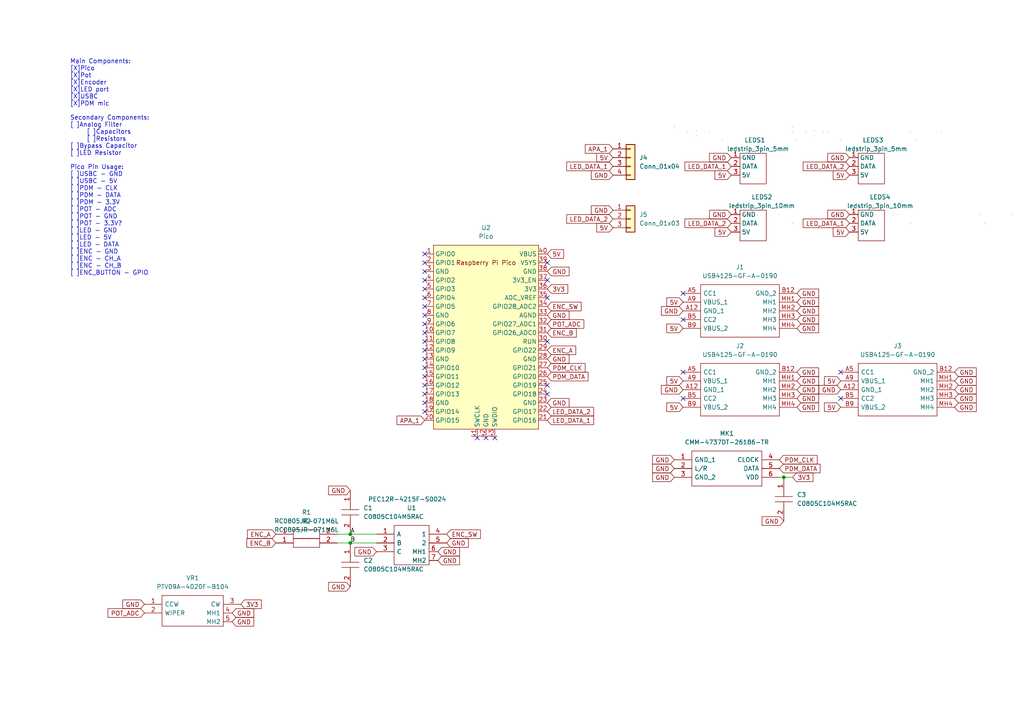
<source format=kicad_sch>
(kicad_sch (version 20211123) (generator eeschema)
  (paper "A4")
  (lib_symbols
    (symbol "Connector_Generic:Conn_01x03" (pin_names (offset 1.016) hide)
      (property "Reference" "J" (at 0 5.08 0))
      (property "Value" "Conn_01x03" (at 0 -5.08 0))
      (symbol "Conn_01x03_1_1"
        (rectangle (start -1.27 -2.413) (end 0 -2.667) (stroke (width 0.1524)))
        (rectangle (start -1.27 0.127) (end 0 -0.127) (stroke (width 0.1524)))
        (rectangle (start -1.27 2.667) (end 0 2.413) (stroke (width 0.1524)))
        (rectangle (start -1.27 3.81) (end 1.27 -3.81) (stroke (width 0.254)) (fill (type background)))
        (pin passive line (at -5.08 2.54 0) (length 3.81) (name "Pin_1") (number "1"))
        (pin passive line (at -5.08 0 0) (length 3.81) (name "Pin_2") (number "2"))
        (pin passive line (at -5.08 -2.54 0) (length 3.81) (name "Pin_3") (number "3"))
      )
    )
    (symbol "Connector_Generic:Conn_01x04" (pin_names (offset 1.016) hide)
      (property "Reference" "J" (at 0 5.08 0))
      (property "Value" "Conn_01x04" (at 0 -7.62 0))
      (symbol "Conn_01x04_1_1"
        (rectangle (start -1.27 -4.953) (end 0 -5.207) (stroke (width 0.1524)))
        (rectangle (start -1.27 -2.413) (end 0 -2.667) (stroke (width 0.1524)))
        (rectangle (start -1.27 0.127) (end 0 -0.127) (stroke (width 0.1524)))
        (rectangle (start -1.27 2.667) (end 0 2.413) (stroke (width 0.1524)))
        (rectangle (start -1.27 3.81) (end 1.27 -6.35) (stroke (width 0.254)) (fill (type background)))
        (pin passive line (at -5.08 2.54 0) (length 3.81) (name "Pin_1") (number "1"))
        (pin passive line (at -5.08 0 0) (length 3.81) (name "Pin_2") (number "2"))
        (pin passive line (at -5.08 -2.54 0) (length 3.81) (name "Pin_3") (number "3"))
        (pin passive line (at -5.08 -5.08 0) (length 3.81) (name "Pin_4") (number "4"))
      )
    )
    (symbol "MCU_RaspberryPi_and_Boards:Pico"
      (property "Reference" "U" (at -13.97 27.94 0))
      (property "Value" "Pico" (at 0 19.05 0))
      (symbol "Pico_0_0"
        (text "Raspberry Pi Pico" (at 0 21.59 0) (effects (font (size 1.27 1.27))))
      )
      (symbol "Pico_0_1"
        (rectangle (start -15.24 26.67) (end 15.24 -26.67) (fill (type background)))
      )
      (symbol "Pico_1_1"
        (pin bidirectional line (at -17.78 24.13 0) (length 2.54) (name "GPIO0") (number "1"))
        (pin bidirectional line (at -17.78 1.27 0) (length 2.54) (name "GPIO7") (number "10"))
        (pin bidirectional line (at -17.78 -1.27 0) (length 2.54) (name "GPIO8") (number "11"))
        (pin bidirectional line (at -17.78 -3.81 0) (length 2.54) (name "GPIO9") (number "12"))
        (pin power_in line (at -17.78 -6.35 0) (length 2.54) (name "GND") (number "13"))
        (pin bidirectional line (at -17.78 -8.89 0) (length 2.54) (name "GPIO10") (number "14"))
        (pin bidirectional line (at -17.78 -11.43 0) (length 2.54) (name "GPIO11") (number "15"))
        (pin bidirectional line (at -17.78 -13.97 0) (length 2.54) (name "GPIO12") (number "16"))
        (pin bidirectional line (at -17.78 -16.51 0) (length 2.54) (name "GPIO13") (number "17"))
        (pin power_in line (at -17.78 -19.05 0) (length 2.54) (name "GND") (number "18"))
        (pin bidirectional line (at -17.78 -21.59 0) (length 2.54) (name "GPIO14") (number "19"))
        (pin bidirectional line (at -17.78 21.59 0) (length 2.54) (name "GPIO1") (number "2"))
        (pin bidirectional line (at -17.78 -24.13 0) (length 2.54) (name "GPIO15") (number "20"))
        (pin bidirectional line (at 17.78 -24.13 180) (length 2.54) (name "GPIO16") (number "21"))
        (pin bidirectional line (at 17.78 -21.59 180) (length 2.54) (name "GPIO17") (number "22"))
        (pin power_in line (at 17.78 -19.05 180) (length 2.54) (name "GND") (number "23"))
        (pin bidirectional line (at 17.78 -16.51 180) (length 2.54) (name "GPIO18") (number "24"))
        (pin bidirectional line (at 17.78 -13.97 180) (length 2.54) (name "GPIO19") (number "25"))
        (pin bidirectional line (at 17.78 -11.43 180) (length 2.54) (name "GPIO20") (number "26"))
        (pin bidirectional line (at 17.78 -8.89 180) (length 2.54) (name "GPIO21") (number "27"))
        (pin power_in line (at 17.78 -6.35 180) (length 2.54) (name "GND") (number "28"))
        (pin bidirectional line (at 17.78 -3.81 180) (length 2.54) (name "GPIO22") (number "29"))
        (pin power_in line (at -17.78 19.05 0) (length 2.54) (name "GND") (number "3"))
        (pin input line (at 17.78 -1.27 180) (length 2.54) (name "RUN") (number "30"))
        (pin bidirectional line (at 17.78 1.27 180) (length 2.54) (name "GPIO26_ADC0") (number "31"))
        (pin bidirectional line (at 17.78 3.81 180) (length 2.54) (name "GPIO27_ADC1") (number "32"))
        (pin power_in line (at 17.78 6.35 180) (length 2.54) (name "AGND") (number "33"))
        (pin bidirectional line (at 17.78 8.89 180) (length 2.54) (name "GPIO28_ADC2") (number "34"))
        (pin power_in line (at 17.78 11.43 180) (length 2.54) (name "ADC_VREF") (number "35"))
        (pin power_in line (at 17.78 13.97 180) (length 2.54) (name "3V3") (number "36"))
        (pin input line (at 17.78 16.51 180) (length 2.54) (name "3V3_EN") (number "37"))
        (pin bidirectional line (at 17.78 19.05 180) (length 2.54) (name "GND") (number "38"))
        (pin power_in line (at 17.78 21.59 180) (length 2.54) (name "VSYS") (number "39"))
        (pin bidirectional line (at -17.78 16.51 0) (length 2.54) (name "GPIO2") (number "4"))
        (pin power_in line (at 17.78 24.13 180) (length 2.54) (name "VBUS") (number "40"))
        (pin input line (at -2.54 -29.21 90) (length 2.54) (name "SWCLK") (number "41"))
        (pin power_in line (at 0 -29.21 90) (length 2.54) (name "GND") (number "42"))
        (pin bidirectional line (at 2.54 -29.21 90) (length 2.54) (name "SWDIO") (number "43"))
        (pin bidirectional line (at -17.78 13.97 0) (length 2.54) (name "GPIO3") (number "5"))
        (pin bidirectional line (at -17.78 11.43 0) (length 2.54) (name "GPIO4") (number "6"))
        (pin bidirectional line (at -17.78 8.89 0) (length 2.54) (name "GPIO5") (number "7"))
        (pin power_in line (at -17.78 6.35 0) (length 2.54) (name "GND") (number "8"))
        (pin bidirectional line (at -17.78 3.81 0) (length 2.54) (name "GPIO6") (number "9"))
      )
    )
    (symbol "SamacSys_Parts:C0805C104M5RAC" (pin_names (offset 0.762))
      (property "Reference" "C" (at 8.89 6.35 0))
      (property "Value" "C0805C104M5RAC" (at 8.89 3.81 0))
      (symbol "C0805C104M5RAC_0_0"
        (pin passive line (at 0 0 0) (length 5.08) (name "~") (number "1"))
        (pin passive line (at 12.7 0 180) (length 5.08) (name "~") (number "2"))
      )
      (symbol "C0805C104M5RAC_0_1"
        (polyline (pts (xy 5.08 0) (xy 5.588 0)) (stroke (width 0.1524)))
        (polyline (pts (xy 5.588 2.54) (xy 5.588 -2.54)) (stroke (width 0.1524)))
        (polyline (pts (xy 7.112 0) (xy 7.62 0)) (stroke (width 0.1524)))
        (polyline (pts (xy 7.112 2.54) (xy 7.112 -2.54)) (stroke (width 0.1524)))
      )
    )
    (symbol "SamacSys_Parts:CMM-4737DT-26186-TR" (pin_names (offset 0.762))
      (property "Reference" "MK" (at 26.67 7.62 0))
      (property "Value" "CMM-4737DT-26186-TR" (at 26.67 5.08 0))
      (symbol "CMM-4737DT-26186-TR_0_0"
        (pin passive line (at 0 0 0) (length 5.08) (name "GND_1") (number "1"))
        (pin passive line (at 0 -2.54 0) (length 5.08) (name "L/R") (number "2"))
        (pin passive line (at 0 -5.08 0) (length 5.08) (name "GND_2") (number "3"))
        (pin passive line (at 30.48 0 180) (length 5.08) (name "CLOCK") (number "4"))
        (pin passive line (at 30.48 -2.54 180) (length 5.08) (name "DATA") (number "5"))
        (pin passive line (at 30.48 -5.08 180) (length 5.08) (name "VDD") (number "6"))
      )
      (symbol "CMM-4737DT-26186-TR_0_1"
        (polyline (pts (xy 5.08 2.54) (xy 25.4 2.54) (xy 25.4 -7.62) (xy 5.08 -7.62) (xy 5.08 2.54)) (stroke (width 0.1524)))
      )
    )
    (symbol "SamacSys_Parts:PEC12R-4215F-S0024" (pin_names (offset 0.762))
      (property "Reference" "U1" (at 10.16 7.62 0))
      (property "Value" "PEC12R-4215F-S0024" (at 8.89 10.16 0))
      (symbol "PEC12R-4215F-S0024_0_0"
        (pin passive line (at 0 0 0) (length 5.08) (name "A") (number "1"))
        (pin passive line (at 0 -2.54 0) (length 5.08) (name "B") (number "2"))
        (pin passive line (at 0 -5.08 0) (length 5.08) (name "C") (number "3"))
        (pin passive line (at 20.32 0 180) (length 5.08) (name "1") (number "4"))
        (pin passive line (at 20.32 -2.54 180) (length 5.08) (name "2") (number "5"))
      )
      (symbol "PEC12R-4215F-S0024_0_1"
        (polyline (pts (xy 5.08 2.54) (xy 15.24 2.54) (xy 15.24 -8.89) (xy 5.08 -8.89) (xy 5.08 2.54)) (stroke (width 0.1524)))
      )
      (symbol "PEC12R-4215F-S0024_1_1"
        (pin input line (at 17.78 -5.08 180) (length 2.54) (name "MH1") (number "6"))
        (pin input line (at 17.78 -7.62 180) (length 2.54) (name "MH2") (number "7"))
      )
    )
    (symbol "SamacSys_Parts:PTV09A-4020F-B104" (pin_names (offset 0.762))
      (property "Reference" "VR1" (at 13.97 7.62 0))
      (property "Value" "PTV09A-4020F-B104" (at 13.97 5.08 0))
      (symbol "PTV09A-4020F-B104_0_0"
        (pin passive line (at 0 0 0) (length 5.08) (name "CCW") (number "1"))
        (pin passive line (at 0 -2.54 0) (length 5.08) (name "WIPER") (number "2"))
        (pin passive line (at 27.94 0 180) (length 5.08) (name "CW") (number "3"))
      )
      (symbol "PTV09A-4020F-B104_0_1"
        (polyline (pts (xy 5.08 2.54) (xy 22.86 2.54) (xy 22.86 -6.35) (xy 5.08 -6.35) (xy 5.08 2.54)) (stroke (width 0.1524)))
      )
      (symbol "PTV09A-4020F-B104_1_1"
        (pin input line (at 25.4 -2.54 180) (length 2.54) (name "MH1") (number "4"))
        (pin input line (at 25.4 -5.08 180) (length 2.54) (name "MH2") (number "5"))
      )
    )
    (symbol "SamacSys_Parts:RC0805JR-071M6L" (pin_names (offset 0.762))
      (property "Reference" "R" (at 13.97 6.35 0))
      (property "Value" "RC0805JR-071M6L" (at 13.97 3.81 0))
      (symbol "RC0805JR-071M6L_0_0"
        (pin passive line (at 0 0 0) (length 5.08) (name "~") (number "1"))
        (pin passive line (at 17.78 0 180) (length 5.08) (name "~") (number "2"))
      )
      (symbol "RC0805JR-071M6L_0_1"
        (polyline (pts (xy 5.08 1.27) (xy 12.7 1.27) (xy 12.7 -1.27) (xy 5.08 -1.27) (xy 5.08 1.27)) (stroke (width 0.1524)))
      )
    )
    (symbol "SamacSys_Parts:USB4125-GF-A-0190" (pin_names (offset 0.762))
      (property "Reference" "J" (at 29.21 7.62 0))
      (property "Value" "USB4125-GF-A-0190" (at 29.21 5.08 0))
      (symbol "USB4125-GF-A-0190_0_0"
        (pin passive line (at 0 -5.08 0) (length 5.08) (name "GND_1") (number "A12"))
        (pin passive line (at 0 0 0) (length 5.08) (name "CC1") (number "A5"))
        (pin passive line (at 0 -2.54 0) (length 5.08) (name "VBUS_1") (number "A9"))
        (pin passive line (at 33.02 0 180) (length 5.08) (name "GND_2") (number "B12"))
        (pin passive line (at 0 -7.62 0) (length 5.08) (name "CC2") (number "B5"))
        (pin passive line (at 0 -10.16 0) (length 5.08) (name "VBUS_2") (number "B9"))
        (pin passive line (at 33.02 -2.54 180) (length 5.08) (name "MH1") (number "MH1"))
        (pin passive line (at 33.02 -5.08 180) (length 5.08) (name "MH2") (number "MH2"))
        (pin passive line (at 33.02 -7.62 180) (length 5.08) (name "MH3") (number "MH3"))
        (pin passive line (at 33.02 -10.16 180) (length 5.08) (name "MH4") (number "MH4"))
      )
      (symbol "USB4125-GF-A-0190_0_1"
        (polyline (pts (xy 5.08 2.54) (xy 27.94 2.54) (xy 27.94 -12.7) (xy 5.08 -12.7) (xy 5.08 2.54)) (stroke (width 0.1524)))
      )
    )
    (symbol "kylarLEDs:ledstrip_3pin_10mm"
      (property "Reference" "LEDS" (at 0 3.81 0))
      (property "Value" "ledstrip_3pin_10mm" (at 0 1.27 0))
      (symbol "ledstrip_3pin_10mm_0_0"
        (pin power_in line (at -2.54 -1.27 0) (length 2.54) (name "GND") (number "1"))
        (pin input line (at -2.54 -3.81 0) (length 2.54) (name "DATA") (number "2"))
        (pin power_in line (at -2.54 -6.35 0) (length 2.54) (name "5V") (number "3"))
      )
      (symbol "ledstrip_3pin_10mm_0_1"
        (rectangle (start 0 0) (end 7.62 -8.89))
        (rectangle (start 1.27 0) (end 1.27 0))
        (rectangle (start 5.08 -1.27) (end 5.08 -1.27))
        (rectangle (start 7.62 -2.54) (end 7.62 -2.54))
        (rectangle (start 7.62 -1.27) (end 7.62 -1.27))
        (rectangle (start 11.43 -1.27) (end 11.43 -1.27))
        (rectangle (start 15.24 -3.81) (end 15.24 -3.81))
        (rectangle (start 35.56 -1.27) (end 35.56 -1.27))
        (rectangle (start 36.83 -3.81) (end 36.83 -3.81))
        (rectangle (start 44.45 -1.27) (end 44.45 -1.27))
      )
    )
    (symbol "kylarLEDs:ledstrip_3pin_5mm"
      (property "Reference" "LEDS" (at -2.54 3.81 0))
      (property "Value" "ledstrip_3pin_5mm" (at -2.4637 1.9143 0))
      (symbol "ledstrip_3pin_5mm_0_0"
        (pin power_in line (at -2.54 -1.27 0) (length 2.54) (name "GND") (number "1"))
        (pin input line (at -2.54 -3.81 0) (length 2.54) (name "DATA") (number "2"))
        (pin power_in line (at -2.54 -6.35 0) (length 2.54) (name "5V") (number "3"))
      )
      (symbol "ledstrip_3pin_5mm_0_1"
        (rectangle (start -19.05 7.62) (end -19.05 7.62))
        (rectangle (start -15.24 6.35) (end -15.24 6.35))
        (rectangle (start -12.7 5.08) (end -12.7 5.08))
        (rectangle (start -12.7 6.35) (end -12.7 6.35))
        (rectangle (start -8.89 6.35) (end -8.89 6.35))
        (rectangle (start -5.08 3.81) (end -5.08 3.81))
        (rectangle (start 0 0) (end 7.62 -8.89))
        (rectangle (start 15.24 6.35) (end 15.24 6.35))
        (rectangle (start 16.51 3.81) (end 16.51 3.81))
        (rectangle (start 24.13 6.35) (end 24.13 6.35))
      )
    )
  )
  (junction (at 101.6 157.48))
  (junction (at 227.33 138.43))
  (junction (at 101.6 154.94))
  (no_connect (at 243.84 115.57))
  (no_connect (at 123.19 93.98))
  (no_connect (at 123.19 83.82))
  (no_connect (at 123.19 116.84))
  (no_connect (at 123.19 96.52))
  (no_connect (at 243.84 107.95))
  (no_connect (at 158.75 111.76))
  (no_connect (at 123.19 86.36))
  (no_connect (at 158.75 114.3))
  (no_connect (at 123.19 81.28))
  (no_connect (at 123.19 119.38))
  (no_connect (at 198.12 92.71))
  (no_connect (at 198.12 85.09))
  (no_connect (at 123.19 73.66))
  (no_connect (at 123.19 76.2))
  (no_connect (at 123.19 78.74))
  (no_connect (at 123.19 111.76))
  (no_connect (at 123.19 114.3))
  (no_connect (at 123.19 99.06))
  (no_connect (at 123.19 101.6))
  (no_connect (at 123.19 109.22))
  (no_connect (at 123.19 106.68))
  (no_connect (at 123.19 104.14))
  (no_connect (at 123.19 88.9))
  (no_connect (at 123.19 91.44))
  (no_connect (at 158.75 86.36))
  (no_connect (at 140.97 127))
  (no_connect (at 143.51 127))
  (no_connect (at 138.43 127))
  (no_connect (at 158.75 99.06))
  (no_connect (at 198.12 107.95))
  (no_connect (at 198.12 115.57))
  (no_connect (at 158.75 76.2))
  (no_connect (at 158.75 81.28))
  (wire (pts (xy 101.6 154.94) (xy 109.22 154.94)))
  (wire (pts (xy 97.79 157.48) (xy 101.6 157.48)))
  (wire (pts (xy 227.33 138.43) (xy 226.06 138.43)))
  (wire (pts (xy 229.87 138.43) (xy 227.33 138.43)))
  (wire (pts (xy 101.6 157.48) (xy 109.22 157.48)))
  (wire (pts (xy 97.79 154.94) (xy 101.6 154.94)))
  (text "Main Components:\n[X]Pico\n[X]Pot\n[X]Encoder\n[X]LED port\n[X]USBC\n[X]PDM mic\n\nSecondary Components:\n[ ]Analog Filter\n	[ ]Capacitors\n	[ ]Resistors\n[ ]Bypass Capacitor\n[ ]LED Resistor\n\nPico Pin Usage:\n[ ]USBC - GND\n[ ]USBC - 5V\n[ ]PDM - CLK\n[ ]PDM - DATA\n[ ]PDM - 3.3V\n[ ]POT - ADC\n[ ]POT - GND\n[ ]POT - 3.3V?\n[ ]LED - GND\n[ ]LED - 5V\n[ ]LED - DATA\n[ ]ENC - GND\n[ ]ENC - CH_A\n[ ]ENC - CH_B\n[ ]ENC_BUTTON - GPIO\n" (at 20.32 80.01 0) (effects (font (size 1.27 1.27)) (justify left bottom)))
  (label "A" (at 101.6 154.94 0))
  (label "B" (at 101.6 157.48 0))
  (global_label "GND" (shape input) (at 231.14 118.11 0) (property "Intersheet References" "${INTERSHEET_REFS}" (effects hide)))
  (global_label "ENC_B" (shape input) (at 158.75 96.52 0) (property "Intersheet References" "${INTERSHEET_REFS}" (effects hide)))
  (global_label "5V" (shape input) (at 177.8 66.04 180) (property "Intersheet References" "${INTERSHEET_REFS}" (effects hide)))
  (global_label "5V" (shape input) (at 243.84 110.49 180) (property "Intersheet References" "${INTERSHEET_REFS}" (effects hide)))
  (global_label "GND" (shape input) (at 246.38 45.72 180) (property "Intersheet References" "${INTERSHEET_REFS}" (effects hide)))
  (global_label "GND" (shape input) (at 231.14 92.71 0) (property "Intersheet References" "${INTERSHEET_REFS}" (effects hide)))
  (global_label "APA_1" (shape input) (at 123.19 121.92 180) (property "Intersheet References" "${INTERSHEET_REFS}" (effects hide)))
  (global_label "GND" (shape input) (at 109.22 160.02 180) (property "Intersheet References" "${INTERSHEET_REFS}" (effects hide)))
  (global_label "LED_DATA_1" (shape input) (at 177.8 48.26 180) (property "Intersheet References" "${INTERSHEET_REFS}" (effects hide)))
  (global_label "POT_ADC" (shape input) (at 41.91 177.8 180) (property "Intersheet References" "${INTERSHEET_REFS}" (effects hide)))
  (global_label "5V" (shape input) (at 246.38 67.31 180) (property "Intersheet References" "${INTERSHEET_REFS}" (effects hide)))
  (global_label "GND" (shape input) (at 41.91 175.26 180) (property "Intersheet References" "${INTERSHEET_REFS}" (effects hide)))
  (global_label "ENC_SW" (shape input) (at 158.75 88.9 0) (property "Intersheet References" "${INTERSHEET_REFS}" (effects hide)))
  (global_label "5V" (shape input) (at 246.38 50.8 180) (property "Intersheet References" "${INTERSHEET_REFS}" (effects hide)))
  (global_label "LED_DATA_1" (shape input) (at 158.75 121.92 0) (property "Intersheet References" "${INTERSHEET_REFS}" (effects hide)))
  (global_label "GND" (shape input) (at 227.33 151.13 180) (property "Intersheet References" "${INTERSHEET_REFS}" (effects hide)))
  (global_label "GND" (shape input) (at 67.31 180.34 0) (property "Intersheet References" "${INTERSHEET_REFS}" (effects hide)))
  (global_label "3V3" (shape input) (at 69.85 175.26 0) (property "Intersheet References" "${INTERSHEET_REFS}" (effects hide)))
  (global_label "GND" (shape input) (at 276.86 115.57 0) (property "Intersheet References" "${INTERSHEET_REFS}" (effects hide)))
  (global_label "GND" (shape input) (at 127 160.02 0) (property "Intersheet References" "${INTERSHEET_REFS}" (effects hide)))
  (global_label "PDM_CLK" (shape input) (at 226.06 133.35 0) (property "Intersheet References" "${INTERSHEET_REFS}" (effects hide)))
  (global_label "GND" (shape input) (at 67.31 177.8 0) (property "Intersheet References" "${INTERSHEET_REFS}" (effects hide)))
  (global_label "GND" (shape input) (at 212.09 62.23 180) (property "Intersheet References" "${INTERSHEET_REFS}" (effects hide)))
  (global_label "GND" (shape input) (at 276.86 107.95 0) (property "Intersheet References" "${INTERSHEET_REFS}" (effects hide)))
  (global_label "GND" (shape input) (at 212.09 45.72 180) (property "Intersheet References" "${INTERSHEET_REFS}" (effects hide)))
  (global_label "GND" (shape input) (at 158.75 91.44 0) (property "Intersheet References" "${INTERSHEET_REFS}" (effects hide)))
  (global_label "GND" (shape input) (at 276.86 113.03 0) (property "Intersheet References" "${INTERSHEET_REFS}" (effects hide)))
  (global_label "GND" (shape input) (at 177.8 50.8 180) (property "Intersheet References" "${INTERSHEET_REFS}" (effects hide)))
  (global_label "5V" (shape input) (at 158.75 73.66 0) (property "Intersheet References" "${INTERSHEET_REFS}" (effects hide)))
  (global_label "5V" (shape input) (at 212.09 67.31 180) (property "Intersheet References" "${INTERSHEET_REFS}" (effects hide)))
  (global_label "PDM_DATA" (shape input) (at 158.75 109.22 0) (property "Intersheet References" "${INTERSHEET_REFS}" (effects hide)))
  (global_label "GND" (shape input) (at 276.86 118.11 0) (property "Intersheet References" "${INTERSHEET_REFS}" (effects hide)))
  (global_label "GND" (shape input) (at 158.75 116.84 0) (property "Intersheet References" "${INTERSHEET_REFS}" (effects hide)))
  (global_label "LED_DATA_2" (shape input) (at 177.8 63.5 180) (property "Intersheet References" "${INTERSHEET_REFS}" (effects hide)))
  (global_label "GND" (shape input) (at 231.14 115.57 0) (property "Intersheet References" "${INTERSHEET_REFS}" (effects hide)))
  (global_label "GND" (shape input) (at 231.14 90.17 0) (property "Intersheet References" "${INTERSHEET_REFS}" (effects hide)))
  (global_label "LED_DATA_2" (shape input) (at 246.38 48.26 180) (property "Intersheet References" "${INTERSHEET_REFS}" (effects hide)))
  (global_label "POT_ADC" (shape input) (at 158.75 93.98 0) (property "Intersheet References" "${INTERSHEET_REFS}" (effects hide)))
  (global_label "GND" (shape input) (at 195.58 138.43 180) (property "Intersheet References" "${INTERSHEET_REFS}" (effects hide)))
  (global_label "ENC_B" (shape input) (at 80.01 157.48 180) (property "Intersheet References" "${INTERSHEET_REFS}" (effects hide)))
  (global_label "5V" (shape input) (at 212.09 50.8 180) (property "Intersheet References" "${INTERSHEET_REFS}" (effects hide)))
  (global_label "5V" (shape input) (at 198.12 87.63 180) (property "Intersheet References" "${INTERSHEET_REFS}" (effects hide)))
  (global_label "LED_DATA_1" (shape input) (at 212.09 48.26 180) (property "Intersheet References" "${INTERSHEET_REFS}" (effects hide)))
  (global_label "ENC_SW" (shape input) (at 129.54 154.94 0) (property "Intersheet References" "${INTERSHEET_REFS}" (effects hide)))
  (global_label "GND" (shape input) (at 231.14 110.49 0) (property "Intersheet References" "${INTERSHEET_REFS}" (effects hide)))
  (global_label "GND" (shape input) (at 246.38 62.23 180) (property "Intersheet References" "${INTERSHEET_REFS}" (effects hide)))
  (global_label "5V" (shape input) (at 198.12 110.49 180) (property "Intersheet References" "${INTERSHEET_REFS}" (effects hide)))
  (global_label "GND" (shape input) (at 101.6 142.24 180) (property "Intersheet References" "${INTERSHEET_REFS}" (effects hide)))
  (global_label "GND" (shape input) (at 158.75 78.74 0) (property "Intersheet References" "${INTERSHEET_REFS}" (effects hide)))
  (global_label "LED_DATA_2" (shape input) (at 158.75 119.38 0) (property "Intersheet References" "${INTERSHEET_REFS}" (effects hide)))
  (global_label "5V" (shape input) (at 243.84 118.11 180) (property "Intersheet References" "${INTERSHEET_REFS}" (effects hide)))
  (global_label "APA_1" (shape input) (at 177.8 43.18 180) (property "Intersheet References" "${INTERSHEET_REFS}" (effects hide)))
  (global_label "3V3" (shape input) (at 229.87 138.43 0) (property "Intersheet References" "${INTERSHEET_REFS}" (effects hide)))
  (global_label "GND" (shape input) (at 158.75 104.14 0) (property "Intersheet References" "${INTERSHEET_REFS}" (effects hide)))
  (global_label "GND" (shape input) (at 101.6 170.18 180) (property "Intersheet References" "${INTERSHEET_REFS}" (effects hide)))
  (global_label "GND" (shape input) (at 198.12 113.03 180) (property "Intersheet References" "${INTERSHEET_REFS}" (effects hide)))
  (global_label "PDM_CLK" (shape input) (at 158.75 106.68 0) (property "Intersheet References" "${INTERSHEET_REFS}" (effects hide)))
  (global_label "GND" (shape input) (at 195.58 135.89 180) (property "Intersheet References" "${INTERSHEET_REFS}" (effects hide)))
  (global_label "GND" (shape input) (at 231.14 95.25 0) (property "Intersheet References" "${INTERSHEET_REFS}" (effects hide)))
  (global_label "LED_DATA_2" (shape input) (at 212.09 64.77 180) (property "Intersheet References" "${INTERSHEET_REFS}" (effects hide)))
  (global_label "5V" (shape input) (at 198.12 95.25 180) (property "Intersheet References" "${INTERSHEET_REFS}" (effects hide)))
  (global_label "GND" (shape input) (at 129.54 157.48 0) (property "Intersheet References" "${INTERSHEET_REFS}" (effects hide)))
  (global_label "GND" (shape input) (at 177.8 60.96 180) (property "Intersheet References" "${INTERSHEET_REFS}" (effects hide)))
  (global_label "ENC_A" (shape input) (at 158.75 101.6 0) (property "Intersheet References" "${INTERSHEET_REFS}" (effects hide)))
  (global_label "GND" (shape input) (at 127 162.56 0) (property "Intersheet References" "${INTERSHEET_REFS}" (effects hide)))
  (global_label "GND" (shape input) (at 231.14 85.09 0) (property "Intersheet References" "${INTERSHEET_REFS}" (effects hide)))
  (global_label "GND" (shape input) (at 243.84 113.03 180) (property "Intersheet References" "${INTERSHEET_REFS}" (effects hide)))
  (global_label "GND" (shape input) (at 276.86 110.49 0) (property "Intersheet References" "${INTERSHEET_REFS}" (effects hide)))
  (global_label "5V" (shape input) (at 198.12 118.11 180) (property "Intersheet References" "${INTERSHEET_REFS}" (effects hide)))
  (global_label "5V" (shape input) (at 177.8 45.72 180) (property "Intersheet References" "${INTERSHEET_REFS}" (effects hide)))
  (global_label "GND" (shape input) (at 195.58 133.35 180) (property "Intersheet References" "${INTERSHEET_REFS}" (effects hide)))
  (global_label "GND" (shape input) (at 231.14 113.03 0) (property "Intersheet References" "${INTERSHEET_REFS}" (effects hide)))
  (global_label "GND" (shape input) (at 231.14 87.63 0) (property "Intersheet References" "${INTERSHEET_REFS}" (effects hide)))
  (global_label "3V3" (shape input) (at 158.75 83.82 0) (property "Intersheet References" "${INTERSHEET_REFS}" (effects hide)))
  (global_label "ENC_A" (shape input) (at 80.01 154.94 180) (property "Intersheet References" "${INTERSHEET_REFS}" (effects hide)))
  (global_label "GND" (shape input) (at 198.12 90.17 180) (property "Intersheet References" "${INTERSHEET_REFS}" (effects hide)))
  (global_label "PDM_DATA" (shape input) (at 226.06 135.89 0) (property "Intersheet References" "${INTERSHEET_REFS}" (effects hide)))
  (global_label "LED_DATA_1" (shape input) (at 246.38 64.77 180) (property "Intersheet References" "${INTERSHEET_REFS}" (effects hide)))
  (global_label "GND" (shape input) (at 231.14 107.95 0) (property "Intersheet References" "${INTERSHEET_REFS}" (effects hide)))
  (symbol (lib_id "SamacSys_Parts:C0805C104M5RAC") (at 101.6 142.24 270) (unit 1)
    (property "Reference" "C1" (at 105.41 147.3199 90) (effects (justify left)))
    (property "Value" "C0805C104M5RAC" (at 105.41 149.8599 90) (effects (justify left)))
    (property "Footprint" "SamacSys_Parts:CAPC2012X88N" (effects hide))
    (property "Datasheet" "https://connect.kemet.com:7667/gateway/IntelliData-ComponentDocumentation/1.0/download/specsheet/C0805C104M5RAC%7bBULK%7d" (effects hide))
    (property "Description" "Multilayer Ceramic Capacitors MLCC - SMD/SMT 50V 0.1uF X7R 0805 20%" (effects hide))
    (property "Height" "0.88" (effects hide))
    (property "Mouser Part Number" "80-C0805C104M5RAC" (effects hide))
    (property "Mouser Price/Stock" "https://www.mouser.co.uk/ProductDetail/KEMET/C0805C104M5RAC?qs=VOOUd%252Bza08rWzt4y8eXMuQ%3D%3D" (effects hide))
    (property "Manufacturer_Name" "KEMET" (effects hide))
    (property "Manufacturer_Part_Number" "C0805C104M5RAC" (effects hide))
  )
  (symbol (lib_id "kylarLEDs:ledstrip_3pin_5mm") (at 214.63 44.45 0) (unit 1)
    (property "Reference" "LEDS1" (at 215.9 40.64 0) (effects (justify left)))
    (property "Value" "ledstrip_3pin_5mm" (at 210.82 43.18 0) (effects (justify left)))
    (property "Footprint" "kylarLEDs:ledstrip_3pin_5mm" (effects hide))
  )
  (symbol (lib_id "SamacSys_Parts:PTV09A-4020F-B104") (at 41.91 175.26 0) (unit 1)
    (property "Reference" "VR1" (at 55.88 167.64 0))
    (property "Value" "PTV09A-4020F-B104" (at 55.88 170.18 0))
    (property "Footprint" "SamacSys_Parts:PTV09A4020FB103" (effects hide))
    (property "Description" "Bourns PTV09A-4020F-B104 1 Gang Rotary Carbon Potentiometer with a 6 mm Dia. Shaft, 100k, +/-20%, 0.05W, Linear" (effects hide))
    (property "Mouser Part Number" "652-PTV09A-4020FB104" (effects hide))
    (property "Mouser Price/Stock" "https://www.mouser.co.uk/ProductDetail/Bourns/PTV09A-4020F-B104?qs=Qzws7J6gxqwTQanrz88HwA%3D%3D" (effects hide))
    (property "Manufacturer_Name" "Bourns" (effects hide))
    (property "Manufacturer_Part_Number" "PTV09A-4020F-B104" (effects hide))
  )
  (symbol (lib_id "SamacSys_Parts:RC0805JR-071M6L") (at 80.01 157.48 0) (unit 1)
    (property "Reference" "R2" (at 88.9 151.13 0))
    (property "Value" "RC0805JR-071M6L" (at 88.9 153.67 0))
    (property "Footprint" "SamacSys_Parts:RESC2012X60N" (effects hide))
    (property "Datasheet" "https://componentsearchengine.com/Datasheets/1/RC0805JR-071M6L.pdf" (effects hide))
    (property "Description" "Thick Film Resistors - SMD 1/8W 1.6M Ohms 5%" (effects hide))
    (property "Height" "0.6" (effects hide))
    (property "Mouser Part Number" "603-RC0805JR-071M6L" (effects hide))
    (property "Mouser Price/Stock" "https://www.mouser.com/Search/Refine.aspx?Keyword=603-RC0805JR-071M6L" (effects hide))
    (property "Manufacturer_Name" "KEMET" (effects hide))
    (property "Manufacturer_Part_Number" "RC0805JR-071M6L" (effects hide))
  )
  (symbol (lib_id "kylarLEDs:ledstrip_3pin_5mm") (at 248.92 44.45 0) (unit 1)
    (property "Reference" "LEDS3" (at 250.19 40.64 0) (effects (justify left)))
    (property "Value" "ledstrip_3pin_5mm" (at 245.11 43.18 0) (effects (justify left)))
    (property "Footprint" "kylarLEDs:ledstrip_3pin_5mm" (effects hide))
  )
  (symbol (lib_id "kylarLEDs:ledstrip_3pin_10mm") (at 214.63 60.96 0) (unit 1)
    (property "Reference" "LEDS2" (at 220.98 57.15 0))
    (property "Value" "ledstrip_3pin_10mm" (at 220.98 59.69 0))
    (property "Footprint" "kylarLEDs:ledstrip_3pin_10mm" (effects hide))
  )
  (symbol (lib_id "kylarLEDs:ledstrip_3pin_10mm") (at 248.92 60.96 0) (unit 1)
    (property "Reference" "LEDS4" (at 255.27 57.15 0))
    (property "Value" "ledstrip_3pin_10mm" (at 255.27 59.69 0))
    (property "Footprint" "kylarLEDs:ledstrip_3pin_10mm" (effects hide))
  )
  (symbol (lib_id "SamacSys_Parts:PEC12R-4215F-S0024") (at 109.22 154.94 0) (unit 1)
    (property "Reference" "U1" (at 119.38 147.32 0))
    (property "Value" "PEC12R-4215F-S0024" (at 118.11 144.78 0))
    (property "Footprint" "SamacSys_Parts:PEC12R-4XXXF-SXXXX_court" (effects hide))
    (property "Datasheet" "https://datasheet.datasheetarchive.com/originals/distributors/DKDS-12/224890.pdf" (effects hide))
    (property "Description" "Encoders HORZ 24DET 24PULSE 15mm SHAFT SPST SW" (effects hide))
    (property "Mouser Part Number" "652-PEC12R-4215F-S24" (effects hide))
    (property "Mouser Price/Stock" "https://www.mouser.co.uk/ProductDetail/Bourns/PEC12R-4215F-S0024?qs=pxDZlBjcsCiq%252B%252BLwoVCNNg%3D%3D" (effects hide))
    (property "Manufacturer_Name" "Bourns" (effects hide))
    (property "Manufacturer_Part_Number" "PEC12R-4215F-S0024" (effects hide))
  )
  (symbol (lib_id "SamacSys_Parts:C0805C104M5RAC") (at 227.33 138.43 270) (unit 1)
    (property "Reference" "C3" (at 231.14 143.5099 90) (effects (justify left)))
    (property "Value" "C0805C104M5RAC" (at 231.14 146.0499 90) (effects (justify left)))
    (property "Footprint" "SamacSys_Parts:CAPC2012X88N" (effects hide))
    (property "Datasheet" "https://connect.kemet.com:7667/gateway/IntelliData-ComponentDocumentation/1.0/download/specsheet/C0805C104M5RAC%7bBULK%7d" (effects hide))
    (property "Description" "Multilayer Ceramic Capacitors MLCC - SMD/SMT 50V 0.1uF X7R 0805 20%" (effects hide))
    (property "Height" "0.88" (effects hide))
    (property "Mouser Part Number" "80-C0805C104M5RAC" (effects hide))
    (property "Mouser Price/Stock" "https://www.mouser.co.uk/ProductDetail/KEMET/C0805C104M5RAC?qs=VOOUd%252Bza08rWzt4y8eXMuQ%3D%3D" (effects hide))
    (property "Manufacturer_Name" "KEMET" (effects hide))
    (property "Manufacturer_Part_Number" "C0805C104M5RAC" (effects hide))
  )
  (symbol (lib_id "SamacSys_Parts:C0805C104M5RAC") (at 101.6 157.48 270) (unit 1)
    (property "Reference" "C2" (at 105.41 162.5599 90) (effects (justify left)))
    (property "Value" "C0805C104M5RAC" (at 105.41 165.0999 90) (effects (justify left)))
    (property "Footprint" "SamacSys_Parts:CAPC2012X88N" (effects hide))
    (property "Datasheet" "https://connect.kemet.com:7667/gateway/IntelliData-ComponentDocumentation/1.0/download/specsheet/C0805C104M5RAC%7bBULK%7d" (effects hide))
    (property "Description" "Multilayer Ceramic Capacitors MLCC - SMD/SMT 50V 0.1uF X7R 0805 20%" (effects hide))
    (property "Height" "0.88" (effects hide))
    (property "Mouser Part Number" "80-C0805C104M5RAC" (effects hide))
    (property "Mouser Price/Stock" "https://www.mouser.co.uk/ProductDetail/KEMET/C0805C104M5RAC?qs=VOOUd%252Bza08rWzt4y8eXMuQ%3D%3D" (effects hide))
    (property "Manufacturer_Name" "KEMET" (effects hide))
    (property "Manufacturer_Part_Number" "C0805C104M5RAC" (effects hide))
  )
  (symbol (lib_id "SamacSys_Parts:USB4125-GF-A-0190") (at 243.84 107.95 0) (unit 1)
    (property "Reference" "J3" (at 260.35 100.33 0))
    (property "Value" "USB4125-GF-A-0190" (at 260.35 102.87 0))
    (property "Footprint" "SamacSys_Parts:USB4125GFA0190_nosilk" (effects hide))
    (property "Description" "USB Connectors USB C Rec GF RA 6P SMT TH Stakes 1.9mm" (effects hide))
    (property "Height" "3.41" (effects hide))
    (property "Mouser Part Number" "640-USB4125-GF-A-190" (effects hide))
    (property "Mouser Price/Stock" "https://www.mouser.co.uk/ProductDetail/GCT/USB4125-GF-A-0190?qs=QNEnbhJQKvbCz4hEJBS24w%3D%3D" (effects hide))
    (property "Manufacturer_Name" "GCT (GLOBAL CONNECTOR TECHNOLOGY)" (effects hide))
    (property "Manufacturer_Part_Number" "USB4125-GF-A-0190" (effects hide))
  )
  (symbol (lib_id "Connector_Generic:Conn_01x03") (at 182.88 63.5 0) (unit 1)
    (property "Reference" "J5" (at 185.42 62.2299 0) (effects (justify left)))
    (property "Value" "Conn_01x03" (at 185.42 64.7699 0) (effects (justify left)))
    (property "Footprint" "Connector_PinHeader_2.54mm:PinHeader_1x03_P2.54mm_Vertical" (effects hide))
  )
  (symbol (lib_id "Connector_Generic:Conn_01x04") (at 182.88 45.72 0) (unit 1)
    (property "Reference" "J4" (at 185.42 45.7199 0) (effects (justify left)))
    (property "Value" "Conn_01x04" (at 185.42 48.2599 0) (effects (justify left)))
    (property "Footprint" "Connector_PinHeader_2.54mm:PinHeader_1x04_P2.54mm_Vertical" (effects hide))
  )
  (symbol (lib_id "SamacSys_Parts:USB4125-GF-A-0190") (at 198.12 107.95 0) (unit 1)
    (property "Reference" "J2" (at 214.63 100.33 0))
    (property "Value" "USB4125-GF-A-0190" (at 214.63 102.87 0))
    (property "Footprint" "SamacSys_Parts:USB4125GFA0190_nosilk" (effects hide))
    (property "Description" "USB Connectors USB C Rec GF RA 6P SMT TH Stakes 1.9mm" (effects hide))
    (property "Height" "3.41" (effects hide))
    (property "Mouser Part Number" "640-USB4125-GF-A-190" (effects hide))
    (property "Mouser Price/Stock" "https://www.mouser.co.uk/ProductDetail/GCT/USB4125-GF-A-0190?qs=QNEnbhJQKvbCz4hEJBS24w%3D%3D" (effects hide))
    (property "Manufacturer_Name" "GCT (GLOBAL CONNECTOR TECHNOLOGY)" (effects hide))
    (property "Manufacturer_Part_Number" "USB4125-GF-A-0190" (effects hide))
  )
  (symbol (lib_id "SamacSys_Parts:RC0805JR-071M6L") (at 80.01 154.94 0) (unit 1)
    (property "Reference" "R1" (at 88.9 148.59 0))
    (property "Value" "RC0805JR-071M6L" (at 88.9 151.13 0))
    (property "Footprint" "SamacSys_Parts:RESC2012X60N" (effects hide))
    (property "Datasheet" "https://componentsearchengine.com/Datasheets/1/RC0805JR-071M6L.pdf" (effects hide))
    (property "Description" "Thick Film Resistors - SMD 1/8W 1.6M Ohms 5%" (effects hide))
    (property "Height" "0.6" (effects hide))
    (property "Mouser Part Number" "603-RC0805JR-071M6L" (effects hide))
    (property "Mouser Price/Stock" "https://www.mouser.com/Search/Refine.aspx?Keyword=603-RC0805JR-071M6L" (effects hide))
    (property "Manufacturer_Name" "KEMET" (effects hide))
    (property "Manufacturer_Part_Number" "RC0805JR-071M6L" (effects hide))
  )
  (symbol (lib_id "SamacSys_Parts:USB4125-GF-A-0190") (at 198.12 85.09 0) (unit 1)
    (property "Reference" "J1" (at 214.63 77.47 0))
    (property "Value" "USB4125-GF-A-0190" (at 214.63 80.01 0))
    (property "Footprint" "SamacSys_Parts:USB4125GFA0190_nosilk" (effects hide))
    (property "Description" "USB Connectors USB C Rec GF RA 6P SMT TH Stakes 1.9mm" (effects hide))
    (property "Height" "3.41" (effects hide))
    (property "Mouser Part Number" "640-USB4125-GF-A-190" (effects hide))
    (property "Mouser Price/Stock" "https://www.mouser.co.uk/ProductDetail/GCT/USB4125-GF-A-0190?qs=QNEnbhJQKvbCz4hEJBS24w%3D%3D" (effects hide))
    (property "Manufacturer_Name" "GCT (GLOBAL CONNECTOR TECHNOLOGY)" (effects hide))
    (property "Manufacturer_Part_Number" "USB4125-GF-A-0190" (effects hide))
  )
  (symbol (lib_id "MCU_RaspberryPi_and_Boards:Pico") (at 140.97 97.79 0) (unit 1)
    (property "Reference" "U2" (at 140.97 66.04 0))
    (property "Value" "Pico" (at 140.97 68.58 0))
    (property "Footprint" "MCU_RaspberryPi_and_Boards:RPi_Pico_SMD_TH_removes2" (effects hide))
  )
  (symbol (lib_id "SamacSys_Parts:CMM-4737DT-26186-TR") (at 195.58 133.35 0) (unit 1)
    (property "Reference" "MK1" (at 210.82 125.73 0))
    (property "Value" "CMM-4737DT-26186-TR" (at 210.82 128.27 0))
    (property "Footprint" "SamacSys_Parts:CMM4737DT26186TR" (effects hide))
    (property "Datasheet" "https://www.cuidevices.com/product/resource/digikeypdf/cmm-4737dt-26186-tr.pdf" (effects hide))
    (property "Description" "MEMS Microphones MEMs Microphone 4.72x3.76mm 2Vdc SMT" (effects hide))
    (property "Height" "1.35" (effects hide))
    (property "Mouser Part Number" "490-CMM4737DT26186TR" (effects hide))
    (property "Mouser Price/Stock" "https://www.mouser.co.uk/ProductDetail/CUI-Devices/CMM-4737DT-26186-TR?qs=PqoDHHvF64%252Byt6%2FZe%252BNOsA%3D%3D" (effects hide))
    (property "Manufacturer_Name" "CUI Inc." (effects hide))
    (property "Manufacturer_Part_Number" "CMM-4737DT-26186-TR" (effects hide))
  )
)
</source>
